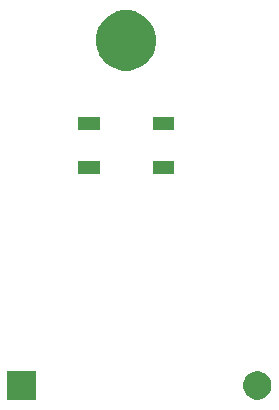
<source format=gbr>
G04 #@! TF.GenerationSoftware,KiCad,Pcbnew,(5.1.4)-1*
G04 #@! TF.CreationDate,2020-11-14T12:40:31-05:00*
G04 #@! TF.ProjectId,circuit,63697263-7569-4742-9e6b-696361645f70,rev?*
G04 #@! TF.SameCoordinates,Original*
G04 #@! TF.FileFunction,Soldermask,Bot*
G04 #@! TF.FilePolarity,Negative*
%FSLAX46Y46*%
G04 Gerber Fmt 4.6, Leading zero omitted, Abs format (unit mm)*
G04 Created by KiCad (PCBNEW (5.1.4)-1) date 2020-11-14 12:40:31*
%MOMM*%
%LPD*%
G04 APERTURE LIST*
%ADD10C,0.100000*%
G04 APERTURE END LIST*
D10*
G36*
X74960318Y-72505153D02*
G01*
X75178885Y-72595687D01*
X75178887Y-72595688D01*
X75375593Y-72727122D01*
X75542878Y-72894407D01*
X75674312Y-73091113D01*
X75674313Y-73091115D01*
X75764847Y-73309682D01*
X75811000Y-73541710D01*
X75811000Y-73778290D01*
X75764847Y-74010318D01*
X75674313Y-74228885D01*
X75674312Y-74228887D01*
X75542878Y-74425593D01*
X75375593Y-74592878D01*
X75178887Y-74724312D01*
X75178886Y-74724313D01*
X75178885Y-74724313D01*
X74960318Y-74814847D01*
X74728290Y-74861000D01*
X74491710Y-74861000D01*
X74259682Y-74814847D01*
X74041115Y-74724313D01*
X74041114Y-74724313D01*
X74041113Y-74724312D01*
X73844407Y-74592878D01*
X73677122Y-74425593D01*
X73545688Y-74228887D01*
X73545687Y-74228885D01*
X73455153Y-74010318D01*
X73409000Y-73778290D01*
X73409000Y-73541710D01*
X73455153Y-73309682D01*
X73545687Y-73091115D01*
X73545688Y-73091113D01*
X73677122Y-72894407D01*
X73844407Y-72727122D01*
X74041113Y-72595688D01*
X74041115Y-72595687D01*
X74259682Y-72505153D01*
X74491710Y-72459000D01*
X74728290Y-72459000D01*
X74960318Y-72505153D01*
X74960318Y-72505153D01*
G37*
G36*
X55841000Y-74851000D02*
G01*
X53439000Y-74851000D01*
X53439000Y-72449000D01*
X55841000Y-72449000D01*
X55841000Y-74851000D01*
X55841000Y-74851000D01*
G37*
G36*
X67551000Y-55791000D02*
G01*
X65749000Y-55791000D01*
X65749000Y-54689000D01*
X67551000Y-54689000D01*
X67551000Y-55791000D01*
X67551000Y-55791000D01*
G37*
G36*
X61251000Y-55791000D02*
G01*
X59449000Y-55791000D01*
X59449000Y-54689000D01*
X61251000Y-54689000D01*
X61251000Y-55791000D01*
X61251000Y-55791000D01*
G37*
G36*
X61251000Y-51991000D02*
G01*
X59449000Y-51991000D01*
X59449000Y-50889000D01*
X61251000Y-50889000D01*
X61251000Y-51991000D01*
X61251000Y-51991000D01*
G37*
G36*
X67551000Y-51991000D02*
G01*
X65749000Y-51991000D01*
X65749000Y-50889000D01*
X67551000Y-50889000D01*
X67551000Y-51991000D01*
X67551000Y-51991000D01*
G37*
G36*
X64244098Y-41997033D02*
G01*
X64708350Y-42189332D01*
X64708352Y-42189333D01*
X65126168Y-42468509D01*
X65481491Y-42823832D01*
X65616575Y-43026000D01*
X65760668Y-43241650D01*
X65952967Y-43705902D01*
X66051000Y-44198747D01*
X66051000Y-44701253D01*
X65952967Y-45194098D01*
X65831093Y-45488329D01*
X65760667Y-45658352D01*
X65481491Y-46076168D01*
X65126168Y-46431491D01*
X64708352Y-46710667D01*
X64708351Y-46710668D01*
X64708350Y-46710668D01*
X64244098Y-46902967D01*
X63751253Y-47001000D01*
X63248747Y-47001000D01*
X62755902Y-46902967D01*
X62291650Y-46710668D01*
X62291649Y-46710668D01*
X62291648Y-46710667D01*
X61873832Y-46431491D01*
X61518509Y-46076168D01*
X61239333Y-45658352D01*
X61168907Y-45488329D01*
X61047033Y-45194098D01*
X60949000Y-44701253D01*
X60949000Y-44198747D01*
X61047033Y-43705902D01*
X61239332Y-43241650D01*
X61383425Y-43026000D01*
X61518509Y-42823832D01*
X61873832Y-42468509D01*
X62291648Y-42189333D01*
X62291650Y-42189332D01*
X62755902Y-41997033D01*
X63248747Y-41899000D01*
X63751253Y-41899000D01*
X64244098Y-41997033D01*
X64244098Y-41997033D01*
G37*
M02*

</source>
